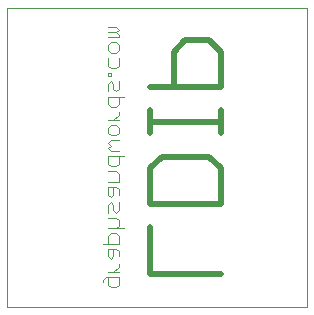
<source format=gbo>
G75*
G70*
%OFA0B0*%
%FSLAX24Y24*%
%IPPOS*%
%LPD*%
%AMOC8*
5,1,8,0,0,1.08239X$1,22.5*
%
%ADD10C,0.0000*%
%ADD11C,0.0200*%
%ADD12C,0.0040*%
D10*
X000150Y000150D02*
X000150Y010146D01*
X010120Y010146D01*
X010120Y000150D01*
X000150Y000150D01*
D11*
X004910Y001274D02*
X004910Y002836D01*
X004910Y003613D02*
X004910Y004784D01*
X005300Y005175D01*
X006862Y005175D01*
X007252Y004784D01*
X007252Y003613D01*
X004910Y003613D01*
X004910Y001274D02*
X007252Y001274D01*
X007252Y005952D02*
X007252Y006733D01*
X007252Y006342D02*
X004910Y006342D01*
X004910Y005952D02*
X004910Y006733D01*
X004910Y007511D02*
X007252Y007511D01*
X007252Y008682D01*
X006862Y009073D01*
X006081Y009073D01*
X005691Y008682D01*
X005691Y007511D01*
D12*
X004030Y007181D02*
X003510Y007181D01*
X003510Y006921D01*
X003597Y006834D01*
X003770Y006834D01*
X003857Y006921D01*
X003857Y007181D01*
X003770Y007350D02*
X003683Y007436D01*
X003683Y007610D01*
X003597Y007697D01*
X003510Y007610D01*
X003510Y007350D01*
X003770Y007350D02*
X003857Y007436D01*
X003857Y007697D01*
X003597Y007865D02*
X003597Y007952D01*
X003510Y007952D01*
X003510Y007865D01*
X003597Y007865D01*
X003597Y008123D02*
X003510Y008210D01*
X003510Y008470D01*
X003597Y008639D02*
X003510Y008725D01*
X003510Y008899D01*
X003597Y008986D01*
X003770Y008986D01*
X003857Y008899D01*
X003857Y008725D01*
X003770Y008639D01*
X003597Y008639D01*
X003857Y008470D02*
X003857Y008210D01*
X003770Y008123D01*
X003597Y008123D01*
X003510Y009154D02*
X003857Y009154D01*
X003857Y009241D01*
X003770Y009328D01*
X003857Y009415D01*
X003770Y009501D01*
X003510Y009501D01*
X003510Y009328D02*
X003770Y009328D01*
X003857Y006664D02*
X003857Y006578D01*
X003683Y006404D01*
X003510Y006404D02*
X003857Y006404D01*
X003770Y006236D02*
X003857Y006149D01*
X003857Y005975D01*
X003770Y005889D01*
X003597Y005889D01*
X003510Y005975D01*
X003510Y006149D01*
X003597Y006236D01*
X003770Y006236D01*
X003857Y005720D02*
X003597Y005720D01*
X003510Y005633D01*
X003597Y005546D01*
X003510Y005460D01*
X003597Y005373D01*
X003857Y005373D01*
X003857Y005204D02*
X003857Y004944D01*
X003770Y004857D01*
X003597Y004857D01*
X003510Y004944D01*
X003510Y005204D01*
X004030Y005204D01*
X003770Y004689D02*
X003510Y004689D01*
X003770Y004689D02*
X003857Y004602D01*
X003857Y004342D01*
X003510Y004342D01*
X003510Y004173D02*
X003510Y003913D01*
X003597Y003826D01*
X003683Y003913D01*
X003683Y004173D01*
X003770Y004173D02*
X003510Y004173D01*
X003770Y004173D02*
X003857Y004086D01*
X003857Y003913D01*
X003857Y003657D02*
X003857Y003397D01*
X003770Y003310D01*
X003683Y003397D01*
X003683Y003571D01*
X003597Y003657D01*
X003510Y003571D01*
X003510Y003310D01*
X003510Y003142D02*
X003770Y003142D01*
X003857Y003055D01*
X003857Y002882D01*
X003770Y002795D01*
X003770Y002626D02*
X003597Y002626D01*
X003510Y002539D01*
X003510Y002279D01*
X003510Y002110D02*
X003510Y001850D01*
X003597Y001764D01*
X003683Y001850D01*
X003683Y002110D01*
X003770Y002110D02*
X003510Y002110D01*
X003337Y002279D02*
X003857Y002279D01*
X003857Y002539D01*
X003770Y002626D01*
X004030Y002795D02*
X003510Y002795D01*
X003770Y002110D02*
X003857Y002024D01*
X003857Y001850D01*
X003857Y001594D02*
X003857Y001507D01*
X003683Y001334D01*
X003510Y001334D02*
X003857Y001334D01*
X003857Y001165D02*
X003857Y000905D01*
X003770Y000818D01*
X003597Y000818D01*
X003510Y000905D01*
X003510Y001165D01*
X003423Y001165D02*
X003857Y001165D01*
X003423Y001165D02*
X003337Y001078D01*
X003337Y000992D01*
M02*

</source>
